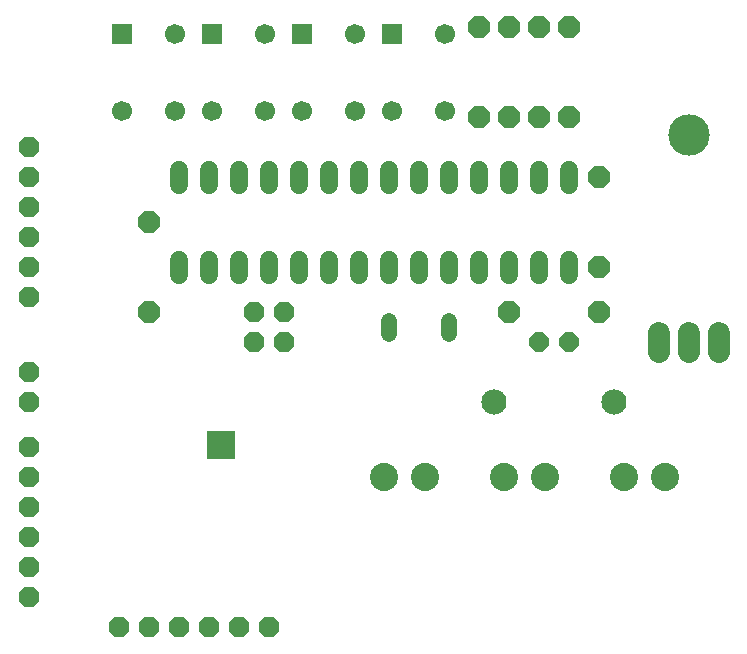
<source format=gbr>
G04 EAGLE Gerber X2 export*
%TF.Part,Single*%
%TF.FileFunction,Soldermask,Top,1*%
%TF.FilePolarity,Negative*%
%TF.GenerationSoftware,Autodesk,EAGLE,8.7.1*%
%TF.CreationDate,2020-07-24T08:34:06Z*%
G75*
%MOMM*%
%FSLAX34Y34*%
%LPD*%
%AMOC8*
5,1,8,0,0,1.08239X$1,22.5*%
G01*
%ADD10C,1.524000*%
%ADD11P,1.852186X8X112.500000*%
%ADD12P,2.034460X8X112.500000*%
%ADD13C,1.320800*%
%ADD14R,2.453200X2.453200*%
%ADD15C,1.701200*%
%ADD16R,1.701200X1.701200*%
%ADD17P,1.852186X8X202.500000*%
%ADD18P,2.034460X8X22.500000*%
%ADD19P,1.759533X8X22.500000*%
%ADD20C,1.879600*%
%ADD21C,3.505200*%
%ADD22C,2.133600*%
%ADD23C,2.387600*%
%ADD24P,1.852186X8X22.500000*%
%ADD25P,1.852186X8X292.500000*%


D10*
X596900Y399796D02*
X596900Y413004D01*
X622300Y413004D02*
X622300Y399796D01*
X647700Y399796D02*
X647700Y413004D01*
X673100Y413004D02*
X673100Y399796D01*
X698500Y399796D02*
X698500Y413004D01*
X723900Y413004D02*
X723900Y399796D01*
X749300Y399796D02*
X749300Y413004D01*
X774700Y413004D02*
X774700Y399796D01*
X800100Y399796D02*
X800100Y413004D01*
X825500Y413004D02*
X825500Y399796D01*
X850900Y399796D02*
X850900Y413004D01*
X876300Y413004D02*
X876300Y399796D01*
X901700Y399796D02*
X901700Y413004D01*
X927100Y413004D02*
X927100Y399796D01*
X927100Y475996D02*
X927100Y489204D01*
X901700Y489204D02*
X901700Y475996D01*
X876300Y475996D02*
X876300Y489204D01*
X850900Y489204D02*
X850900Y475996D01*
X825500Y475996D02*
X825500Y489204D01*
X800100Y489204D02*
X800100Y475996D01*
X774700Y475996D02*
X774700Y489204D01*
X749300Y489204D02*
X749300Y475996D01*
X723900Y475996D02*
X723900Y489204D01*
X698500Y489204D02*
X698500Y475996D01*
X673100Y475996D02*
X673100Y489204D01*
X647700Y489204D02*
X647700Y475996D01*
X622300Y475996D02*
X622300Y489204D01*
X596900Y489204D02*
X596900Y475996D01*
D11*
X469900Y381000D03*
X469900Y406400D03*
X469900Y431800D03*
X469900Y457200D03*
X469900Y482600D03*
X469900Y508000D03*
D12*
X571500Y368300D03*
X571500Y444500D03*
D13*
X774700Y361188D02*
X774700Y350012D01*
X825500Y350012D02*
X825500Y361188D01*
D14*
X632300Y256300D03*
D11*
X469900Y127000D03*
X469900Y152400D03*
X469900Y177800D03*
X469900Y203200D03*
X469900Y228600D03*
X469900Y254000D03*
D15*
X822600Y539000D03*
X777600Y539000D03*
X822600Y604000D03*
D16*
X777600Y604000D03*
D15*
X746400Y539000D03*
X701400Y539000D03*
X746400Y604000D03*
D16*
X701400Y604000D03*
D15*
X670200Y539000D03*
X625200Y539000D03*
X670200Y604000D03*
D16*
X625200Y604000D03*
D15*
X594000Y539000D03*
X549000Y539000D03*
X594000Y604000D03*
D16*
X549000Y604000D03*
D12*
X850900Y533400D03*
X850900Y609600D03*
X876300Y533400D03*
X876300Y609600D03*
X901700Y533400D03*
X901700Y609600D03*
X927100Y533400D03*
X927100Y609600D03*
D17*
X685800Y342900D03*
X660400Y342900D03*
X685800Y368300D03*
X660400Y368300D03*
D12*
X952500Y406400D03*
X952500Y482600D03*
D18*
X876300Y368300D03*
X952500Y368300D03*
D19*
X901700Y342900D03*
X927100Y342900D03*
D20*
X1003300Y334518D02*
X1003300Y351282D01*
X1028700Y351282D02*
X1028700Y334518D01*
X1054100Y334518D02*
X1054100Y351282D01*
D21*
X1028700Y518160D03*
D22*
X863600Y292100D03*
X965200Y292100D03*
D23*
X907000Y228600D03*
X872000Y228600D03*
X1008600Y228600D03*
X973600Y228600D03*
D24*
X546100Y101600D03*
X571500Y101600D03*
X596900Y101600D03*
X622300Y101600D03*
X647700Y101600D03*
X673100Y101600D03*
D23*
X805400Y228600D03*
X770400Y228600D03*
D25*
X469900Y317500D03*
X469900Y292100D03*
M02*

</source>
